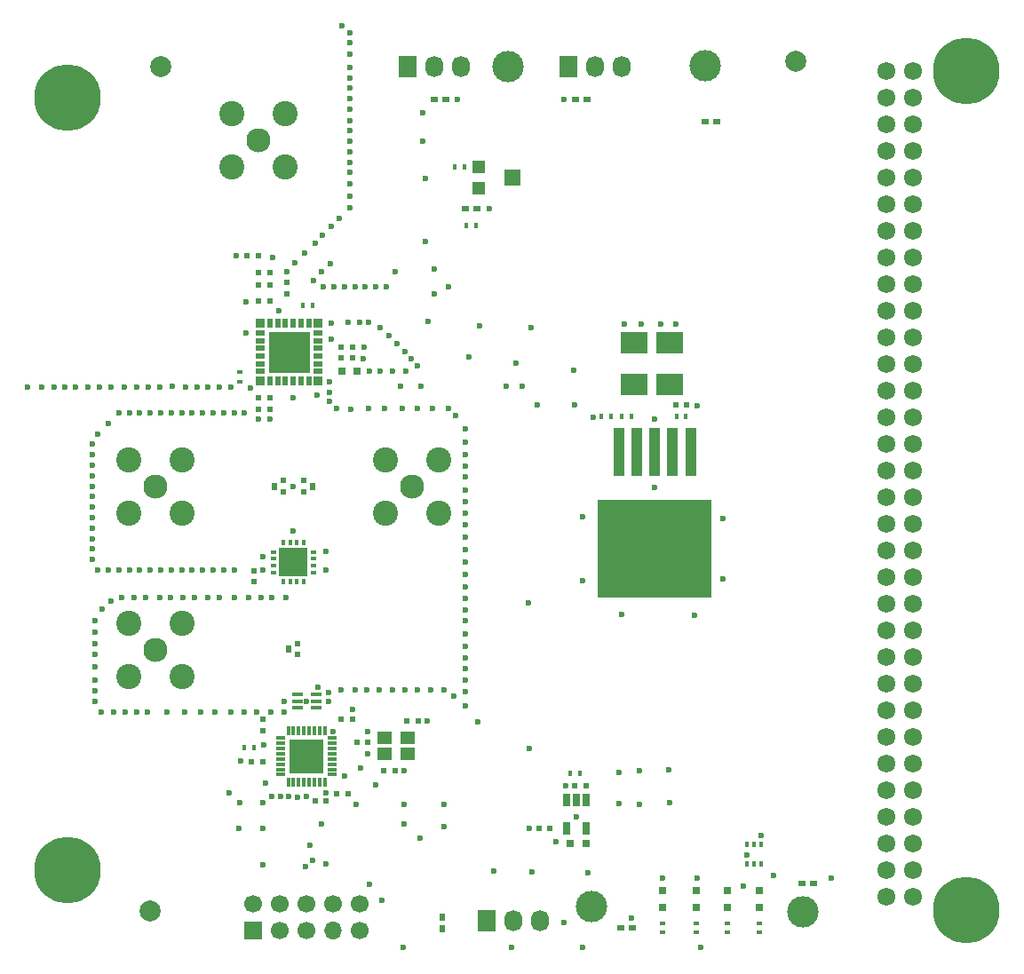
<source format=gbr>
G04 #@! TF.FileFunction,Soldermask,Top*
%FSLAX46Y46*%
G04 Gerber Fmt 4.6, Leading zero omitted, Abs format (unit mm)*
G04 Created by KiCad (PCBNEW 4.0.6-e0-6349~53~ubuntu16.04.1) date Tue Jun 13 23:30:30 2017*
%MOMM*%
%LPD*%
G01*
G04 APERTURE LIST*
%ADD10C,0.100000*%
%ADD11R,0.500000X0.600000*%
%ADD12C,3.000000*%
%ADD13C,2.000000*%
%ADD14R,1.200000X1.200000*%
%ADD15R,1.500000X1.600000*%
%ADD16R,1.727200X2.032000*%
%ADD17O,1.727200X2.032000*%
%ADD18R,0.600000X0.500000*%
%ADD19R,0.800000X0.800000*%
%ADD20C,1.720000*%
%ADD21C,6.350000*%
%ADD22C,2.400000*%
%ADD23C,2.300000*%
%ADD24R,0.600000X0.400000*%
%ADD25R,0.400000X0.600000*%
%ADD26R,1.000000X0.350000*%
%ADD27R,0.320000X0.570000*%
%ADD28R,0.570000X0.320000*%
%ADD29R,2.720000X2.720000*%
%ADD30R,3.975000X3.975000*%
%ADD31R,0.850000X0.900000*%
%ADD32R,0.500000X0.900000*%
%ADD33R,0.900000X0.500000*%
%ADD34R,4.500000X4.000000*%
%ADD35R,1.100000X4.600000*%
%ADD36R,10.800000X9.400000*%
%ADD37R,1.400000X1.200000*%
%ADD38R,1.700000X1.700000*%
%ADD39C,1.700000*%
%ADD40O,1.700000X1.700000*%
%ADD41R,0.800000X0.600000*%
%ADD42R,0.420000X0.600000*%
%ADD43R,0.800000X0.750000*%
%ADD44R,2.500000X2.000000*%
%ADD45R,0.750000X1.240000*%
%ADD46R,0.600000X0.800000*%
%ADD47R,1.420000X1.420000*%
%ADD48R,0.400000X0.970000*%
%ADD49R,0.970000X0.400000*%
%ADD50R,3.270000X3.270000*%
%ADD51C,0.600000*%
G04 APERTURE END LIST*
D10*
D11*
X135350000Y-112125000D03*
X135350000Y-111075000D03*
D12*
X187700000Y-143600000D03*
D13*
X126500000Y-63000000D03*
X125500000Y-143500000D03*
D14*
X156800000Y-72550000D03*
X156800000Y-74550000D03*
D15*
X160050000Y-73550000D03*
D16*
X165360000Y-63000000D03*
D17*
X167900000Y-63000000D03*
X170440000Y-63000000D03*
D11*
X139500000Y-119075000D03*
X139500000Y-118025000D03*
D18*
X148825000Y-130100000D03*
X147775000Y-130100000D03*
X151025000Y-125400000D03*
X149975000Y-125400000D03*
D11*
X136250000Y-125225000D03*
X136250000Y-126275000D03*
D18*
X135175000Y-129250000D03*
X136225000Y-129250000D03*
X142275000Y-133000000D03*
X141225000Y-133000000D03*
X144325000Y-132300000D03*
X143275000Y-132300000D03*
X144775000Y-125250000D03*
X143725000Y-125250000D03*
X146225000Y-127400000D03*
X145175000Y-127400000D03*
D11*
X138150000Y-102475000D03*
X138150000Y-103525000D03*
X140150000Y-102475000D03*
X140150000Y-103525000D03*
X138500000Y-84625000D03*
X138500000Y-83575000D03*
X136900000Y-94575000D03*
X136900000Y-95625000D03*
D18*
X143725000Y-89750000D03*
X144775000Y-89750000D03*
X143725000Y-90750000D03*
X144775000Y-90750000D03*
X136875000Y-85350000D03*
X135825000Y-85350000D03*
X135825000Y-83850000D03*
X136875000Y-83850000D03*
X135775000Y-81050000D03*
X134725000Y-81050000D03*
X175591726Y-95271568D03*
X176641726Y-95271568D03*
X167025000Y-131600000D03*
X165975000Y-131600000D03*
X163625000Y-135600000D03*
X162575000Y-135600000D03*
D19*
X183550000Y-143150000D03*
X183550000Y-141550000D03*
X180550000Y-143150000D03*
X180550000Y-141550000D03*
X177550000Y-143150000D03*
X177550000Y-141550000D03*
D20*
X198230000Y-142150000D03*
X198230000Y-139610000D03*
X198230000Y-137070000D03*
X198230000Y-134530000D03*
X198230000Y-131990000D03*
X198230000Y-129450000D03*
X198230000Y-126910000D03*
X198230000Y-124370000D03*
X198230000Y-121830000D03*
X198230000Y-119290000D03*
X198230000Y-116750000D03*
X198230000Y-114210000D03*
X198230000Y-111670000D03*
X198230000Y-109130000D03*
X198230000Y-106590000D03*
X198230000Y-104050000D03*
X198230000Y-101510000D03*
X198230000Y-98970000D03*
X198230000Y-96430000D03*
X198230000Y-93890000D03*
X198230000Y-91350000D03*
X198230000Y-88810000D03*
X198230000Y-86270000D03*
X198230000Y-83730000D03*
X198230000Y-81190000D03*
X198230000Y-78650000D03*
X198230000Y-76110000D03*
X198230000Y-73570000D03*
X198230000Y-71030000D03*
X198230000Y-68490000D03*
X198230000Y-65950000D03*
X198230000Y-63410000D03*
X195690000Y-142150000D03*
X195690000Y-139610000D03*
X195690000Y-137070000D03*
X195690000Y-134530000D03*
X195690000Y-131990000D03*
X195690000Y-129450000D03*
X195690000Y-126910000D03*
X195690000Y-124370000D03*
X195690000Y-121830000D03*
X195690000Y-119290000D03*
X195690000Y-116750000D03*
X195690000Y-114210000D03*
X195690000Y-111670000D03*
X195690000Y-109130000D03*
X195690000Y-106590000D03*
X195690000Y-104050000D03*
X195690000Y-101510000D03*
X195690000Y-98970000D03*
X195690000Y-96430000D03*
X195690000Y-93890000D03*
X195690000Y-91350000D03*
X195690000Y-88810000D03*
X195690000Y-86270000D03*
X195690000Y-83730000D03*
X195690000Y-81190000D03*
X195690000Y-78650000D03*
X195690000Y-76110000D03*
X195690000Y-73570000D03*
X195690000Y-71030000D03*
X195690000Y-68490000D03*
X195690000Y-65950000D03*
X195690000Y-63410000D03*
D21*
X117580000Y-65950000D03*
X203310000Y-63410000D03*
X203310000Y-143420000D03*
X117580000Y-139610000D03*
D22*
X133260000Y-72540000D03*
X138340000Y-72540000D03*
X138340000Y-67460000D03*
D23*
X135800000Y-70000000D03*
D22*
X133260000Y-67460000D03*
X123460000Y-121140000D03*
X128540000Y-121140000D03*
X128540000Y-116060000D03*
D23*
X126000000Y-118600000D03*
D22*
X123460000Y-116060000D03*
X147960000Y-105540000D03*
X153040000Y-105540000D03*
X153040000Y-100460000D03*
D23*
X150500000Y-103000000D03*
D22*
X147960000Y-100460000D03*
X123460000Y-105540000D03*
X128540000Y-105540000D03*
X128540000Y-100460000D03*
D23*
X126000000Y-103000000D03*
D22*
X123460000Y-100460000D03*
D18*
X135800000Y-82600000D03*
X136900000Y-82600000D03*
D16*
X150060000Y-63000000D03*
D17*
X152600000Y-63000000D03*
X155140000Y-63000000D03*
D16*
X157560000Y-144400000D03*
D17*
X160100000Y-144400000D03*
X162640000Y-144400000D03*
D24*
X183550000Y-145550000D03*
X183550000Y-144650000D03*
X180550000Y-145550000D03*
X180550000Y-144650000D03*
X177550000Y-145550000D03*
X177550000Y-144650000D03*
D25*
X135350000Y-127900000D03*
X134450000Y-127900000D03*
D24*
X134050000Y-92150000D03*
X134050000Y-93050000D03*
D25*
X140950000Y-85750000D03*
X140050000Y-85750000D03*
X154550000Y-72550000D03*
X155450000Y-72550000D03*
X155650000Y-78100000D03*
X156550000Y-78100000D03*
X165550000Y-130400000D03*
X166450000Y-130400000D03*
X175666726Y-96321568D03*
X176566726Y-96321568D03*
X171366726Y-96371568D03*
X170466726Y-96371568D03*
X169416726Y-96371568D03*
X168516726Y-96371568D03*
D26*
X139500000Y-122850000D03*
X139500000Y-123500000D03*
X139500000Y-124150000D03*
X141300000Y-122850000D03*
X141300000Y-123500000D03*
X141300000Y-124150000D03*
D27*
X138175000Y-112125000D03*
X138825000Y-112125000D03*
X139475000Y-112125000D03*
X140125000Y-112125000D03*
D28*
X141025000Y-111225000D03*
X141025000Y-110575000D03*
X141025000Y-109925000D03*
X141025000Y-109275000D03*
D27*
X140125000Y-108375000D03*
X139475000Y-108375000D03*
X138825000Y-108375000D03*
X138175000Y-108375000D03*
D28*
X137275000Y-109275000D03*
X137275000Y-109925000D03*
X137275000Y-110575000D03*
X137275000Y-111225000D03*
D29*
X139150000Y-110250000D03*
D30*
X138750000Y-90250000D03*
D31*
X136019500Y-87470500D03*
X141519500Y-87470500D03*
X141519500Y-92970500D03*
X136019500Y-92970500D03*
D32*
X140644500Y-87470500D03*
X136894500Y-92970500D03*
D33*
X141519500Y-92033500D03*
X136019500Y-88408500D03*
X136019500Y-89133500D03*
X136019500Y-89858500D03*
X136019500Y-90583500D03*
X136019500Y-91308500D03*
X136019500Y-92033500D03*
X141519500Y-91308500D03*
X141519500Y-90583500D03*
X141519500Y-89858500D03*
X141519500Y-89133500D03*
X141519500Y-88408500D03*
D32*
X137644500Y-92970500D03*
X138394500Y-92970500D03*
X139144500Y-92970500D03*
X139894500Y-92970500D03*
X140644500Y-92970500D03*
X139894500Y-87470500D03*
X139144500Y-87470500D03*
X138394500Y-87470500D03*
X137644500Y-87470500D03*
X136894500Y-87470500D03*
D34*
X170629726Y-111497568D03*
X170689726Y-106347568D03*
X176599726Y-111457568D03*
D35*
X170209726Y-99767568D03*
X171909726Y-99767568D03*
X175309726Y-99767568D03*
D36*
X173609726Y-108927568D03*
D35*
X173609726Y-99767568D03*
X177009726Y-99767568D03*
D34*
X176609726Y-106397568D03*
D12*
X159600000Y-63000000D03*
X178400000Y-62900000D03*
X167550000Y-143100000D03*
D37*
X150000000Y-128550000D03*
X147800000Y-128550000D03*
X150000000Y-126950000D03*
X147800000Y-126950000D03*
D38*
X135320000Y-145370000D03*
D39*
X135320000Y-142830000D03*
X137860000Y-145370000D03*
X137860000Y-142830000D03*
X140400000Y-145370000D03*
X140400000Y-142830000D03*
D40*
X142940000Y-145370000D03*
D39*
X142940000Y-142830000D03*
X145480000Y-145370000D03*
X145480000Y-142830000D03*
D41*
X167150000Y-66100000D03*
X166050000Y-66100000D03*
X152550000Y-66100000D03*
X153650000Y-66100000D03*
X155550000Y-76500000D03*
X156650000Y-76500000D03*
D42*
X182400000Y-139050000D03*
X183050000Y-139050000D03*
X183700000Y-139050000D03*
X182400000Y-137150000D03*
X183050000Y-137150000D03*
X183700000Y-137150000D03*
D43*
X143750000Y-92000000D03*
X145250000Y-92000000D03*
D44*
X175016726Y-93321568D03*
X175016726Y-89321568D03*
D43*
X167050000Y-137100000D03*
X165550000Y-137100000D03*
D44*
X171616726Y-93321568D03*
X171616726Y-89321568D03*
D19*
X174300000Y-143150000D03*
X174300000Y-141550000D03*
D24*
X174300000Y-145550000D03*
X174300000Y-144650000D03*
D45*
X167050000Y-135600000D03*
X165150000Y-135600000D03*
X167050000Y-132900000D03*
X165150000Y-132900000D03*
X166100000Y-132900000D03*
D13*
X187000000Y-62500000D03*
D41*
X187650000Y-140900000D03*
X188750000Y-140900000D03*
X178400000Y-68250000D03*
X179500000Y-68250000D03*
X170350000Y-145100000D03*
X171450000Y-145100000D03*
D11*
X135800000Y-94575000D03*
X135800000Y-95625000D03*
D46*
X137350000Y-103000000D03*
X140950000Y-103000000D03*
X138700000Y-118550000D03*
X153375000Y-145175000D03*
X153375000Y-144075000D03*
D47*
X141200000Y-129550000D03*
X141200000Y-127950000D03*
X139600000Y-129550000D03*
D48*
X142150000Y-126275000D03*
D49*
X142875000Y-130500000D03*
X142875000Y-130000000D03*
X142875000Y-129500000D03*
X142875000Y-129000000D03*
X142875000Y-128500000D03*
X142875000Y-128000000D03*
X142875000Y-127500000D03*
X142875000Y-127000000D03*
X137925000Y-130500000D03*
X137925000Y-130000000D03*
X137925000Y-129500000D03*
X137925000Y-129000000D03*
X137925000Y-128500000D03*
X137925000Y-128000000D03*
X137925000Y-127500000D03*
X137925000Y-127000000D03*
D48*
X141650000Y-126275000D03*
X141150000Y-126275000D03*
X140650000Y-126275000D03*
X140150000Y-126275000D03*
X139650000Y-126275000D03*
X139150000Y-126275000D03*
X138650000Y-126275000D03*
X142150000Y-131225000D03*
X141650000Y-131225000D03*
X141150000Y-131225000D03*
X140650000Y-131225000D03*
X140150000Y-131225000D03*
X139650000Y-131225000D03*
X139150000Y-131225000D03*
X138650000Y-131225000D03*
D50*
X140400000Y-128750000D03*
D47*
X139600000Y-127950000D03*
D51*
X135775000Y-96600000D03*
X142000000Y-84000000D03*
X143000000Y-84000000D03*
X144000000Y-84000000D03*
X145000000Y-84000000D03*
X146000000Y-84000000D03*
X147000000Y-84000000D03*
X148000000Y-84000000D03*
X134500000Y-96000000D03*
X133500000Y-96000000D03*
X132500000Y-96000000D03*
X131500000Y-96000000D03*
X130500000Y-96000000D03*
X129500000Y-96000000D03*
X128500000Y-96000000D03*
X127500000Y-96000000D03*
X126500000Y-96000000D03*
X125500000Y-96000000D03*
X124500000Y-96000000D03*
X123500000Y-96000000D03*
X122500000Y-96000000D03*
X121500000Y-97000000D03*
X120500000Y-98000000D03*
X120000000Y-99000000D03*
X120000000Y-100000000D03*
X120000000Y-101000000D03*
X120000000Y-102000000D03*
X120000000Y-103000000D03*
X120000000Y-104000000D03*
X120000000Y-105000000D03*
X120000000Y-106000000D03*
X120000000Y-107000000D03*
X120000000Y-108000000D03*
X120000000Y-109000000D03*
X120000000Y-110000000D03*
X120500000Y-111000000D03*
X121500000Y-111000000D03*
X133500000Y-111000000D03*
X132500000Y-111000000D03*
X131500000Y-111000000D03*
X130500000Y-111000000D03*
X129500000Y-111000000D03*
X122500000Y-111000000D03*
X123500000Y-111000000D03*
X124500000Y-111000000D03*
X125500000Y-111000000D03*
X126500000Y-111000000D03*
X127500000Y-111000000D03*
X128500000Y-111000000D03*
X136250000Y-109750000D03*
X142659620Y-81759620D03*
X141859620Y-82559620D03*
X141059620Y-83359620D03*
X155575000Y-123925000D03*
X155575000Y-122600000D03*
X155575000Y-121500000D03*
X155575000Y-120350000D03*
X155575000Y-119350000D03*
X155575000Y-118250000D03*
X155575000Y-117050000D03*
X155575000Y-115850000D03*
X155550000Y-114775000D03*
X155575000Y-113675000D03*
X155575000Y-112575000D03*
X155575000Y-111375000D03*
X155575000Y-110200000D03*
X155575000Y-109025000D03*
X155575000Y-107850000D03*
X155575000Y-106700000D03*
X155525000Y-105600000D03*
X155550000Y-104500000D03*
X155550000Y-103375000D03*
X155550000Y-102125000D03*
X155550000Y-101075000D03*
X155550000Y-99950000D03*
X155550000Y-98825000D03*
X190400000Y-140350000D03*
X171350000Y-144150000D03*
X133950000Y-135650000D03*
X134000000Y-133150000D03*
X136200000Y-133200000D03*
X136200000Y-135600000D03*
X136200000Y-139100000D03*
X136500000Y-131350000D03*
X161600000Y-128050000D03*
X161550000Y-114100000D03*
X162400000Y-95200000D03*
X160350000Y-91300000D03*
X155850000Y-90700000D03*
X151950000Y-87300000D03*
X153900000Y-83950000D03*
X156900000Y-87700000D03*
X161800000Y-87850000D03*
X165850000Y-91950000D03*
X140700000Y-137250000D03*
X141850000Y-135200000D03*
X174950000Y-130000000D03*
X175000000Y-133200000D03*
X170200000Y-130300000D03*
X170200000Y-133250000D03*
X161900000Y-139800000D03*
X167200000Y-139900000D03*
X164950000Y-144600000D03*
X158250000Y-139700000D03*
X153500000Y-135500000D03*
X148850000Y-82550000D03*
X151750000Y-79650000D03*
X151750000Y-73650000D03*
X151500000Y-67400000D03*
X151500000Y-70100000D03*
X177950000Y-147000000D03*
X166700000Y-147000000D03*
X159950000Y-146950000D03*
X149600000Y-146950000D03*
X153550000Y-133300000D03*
X149700000Y-135200000D03*
X149700000Y-133300000D03*
X144400000Y-87350000D03*
X145450000Y-87350000D03*
X146350000Y-87350000D03*
X147450000Y-87850000D03*
X148250000Y-88650000D03*
X149000000Y-89400000D03*
X149750000Y-90150000D03*
X150400000Y-90800000D03*
X149850000Y-92000000D03*
X148600000Y-92000000D03*
X147400000Y-92000000D03*
X143800000Y-59100000D03*
X144550000Y-59800000D03*
X144550000Y-60700000D03*
X144550000Y-61800000D03*
X144550000Y-63100000D03*
X144550000Y-64100000D03*
X144550000Y-65000000D03*
X144550000Y-66000000D03*
X144550000Y-67050000D03*
X144550000Y-68150000D03*
X144550000Y-69050000D03*
X144550000Y-70100000D03*
X144550000Y-71150000D03*
X144550000Y-72150000D03*
X144550000Y-73100000D03*
X144550000Y-74150000D03*
X144550000Y-75350000D03*
X144550000Y-76450000D03*
X143550000Y-77450000D03*
X142750000Y-78250000D03*
X141900000Y-79100000D03*
X141200000Y-79800000D03*
X140200000Y-80800000D03*
X139300000Y-81700000D03*
X113800000Y-93550000D03*
X115150000Y-93550000D03*
X116300000Y-93550000D03*
X117350000Y-93550000D03*
X118400000Y-93550000D03*
X119550000Y-93550000D03*
X120650000Y-93550000D03*
X121800000Y-93550000D03*
X123000000Y-93550000D03*
X124200000Y-93550000D03*
X125300000Y-93550000D03*
X126400000Y-93550000D03*
X127600000Y-93500000D03*
X128850000Y-93550000D03*
X129950000Y-93550000D03*
X131000000Y-93550000D03*
X132050000Y-93550000D03*
X133200000Y-93550000D03*
X138400000Y-113650000D03*
X137100000Y-113650000D03*
X136050000Y-113650000D03*
X134850000Y-113650000D03*
X133500000Y-113650000D03*
X132050000Y-113650000D03*
X130950000Y-113650000D03*
X129700000Y-113650000D03*
X128600000Y-113650000D03*
X127450000Y-113650000D03*
X126400000Y-113650000D03*
X125100000Y-113650000D03*
X123950000Y-113650000D03*
X122750000Y-113650000D03*
X121750000Y-113950000D03*
X120950000Y-114750000D03*
X120250000Y-115800000D03*
X120250000Y-116950000D03*
X120250000Y-118000000D03*
X120250000Y-119050000D03*
X120250000Y-120200000D03*
X120250000Y-121450000D03*
X120250000Y-122500000D03*
X120250000Y-123500000D03*
X120800000Y-124500000D03*
X122000000Y-124500000D03*
X123100000Y-124500000D03*
X124250000Y-124500000D03*
X125250000Y-124500000D03*
X127050000Y-124500000D03*
X128750000Y-124500000D03*
X130350000Y-124500000D03*
X131700000Y-124500000D03*
X133150000Y-124500000D03*
X134450000Y-124500000D03*
X135650000Y-124500000D03*
X137000000Y-124500000D03*
X154450000Y-123050000D03*
X153500000Y-122400000D03*
X152200000Y-122400000D03*
X151000000Y-122400000D03*
X149800000Y-122400000D03*
X148600000Y-122400000D03*
X147300000Y-122400000D03*
X146150000Y-122400000D03*
X145000000Y-122400000D03*
X143650000Y-122400000D03*
X142550000Y-93050000D03*
X142550000Y-94050000D03*
X142600000Y-94900000D03*
X143250000Y-95600000D03*
X144600000Y-95650000D03*
X146300000Y-95600000D03*
X147800000Y-95600000D03*
X149500000Y-95600000D03*
X150950000Y-95550000D03*
X152400000Y-95550000D03*
X155550000Y-97550000D03*
X154650000Y-96300000D03*
X165950000Y-95200000D03*
X153950000Y-95550000D03*
X151000000Y-91500000D03*
X137200000Y-81200000D03*
X137800000Y-86300000D03*
X142750000Y-89000000D03*
X142750000Y-87450000D03*
X134600000Y-88400000D03*
X135050000Y-93600000D03*
X141400000Y-94300000D03*
X139150000Y-94600000D03*
X139100000Y-103000000D03*
X139100000Y-107300000D03*
X142250000Y-111000000D03*
X142250000Y-109250000D03*
X136250000Y-111000000D03*
X142250000Y-132250000D03*
X142900000Y-126375000D03*
X139400000Y-127750000D03*
X139400000Y-129750000D03*
X141400000Y-129750000D03*
X140400000Y-129750000D03*
X139400000Y-128750000D03*
X140400000Y-128750000D03*
X141400000Y-128750000D03*
X141400000Y-127750000D03*
X140400000Y-127750000D03*
X138600000Y-110850000D03*
X139800000Y-110850000D03*
X139800000Y-109650000D03*
X138550000Y-109650000D03*
X137700000Y-91500000D03*
X138900000Y-91500000D03*
X140050000Y-91500000D03*
X140050000Y-90350000D03*
X138900000Y-90350000D03*
X137700000Y-90350000D03*
X140050000Y-89350000D03*
X138900000Y-89350000D03*
X137700000Y-89350000D03*
X173600000Y-103100000D03*
X173600000Y-96600000D03*
X177600000Y-95300000D03*
X166700000Y-112000000D03*
X166700000Y-105900000D03*
X170400000Y-115200000D03*
X177400000Y-115300000D03*
X180100000Y-111800000D03*
X180100000Y-106100000D03*
X175600000Y-87500000D03*
X174200000Y-87500000D03*
X172300000Y-87500000D03*
X170700000Y-87500000D03*
X164900000Y-66100000D03*
X154800000Y-66100000D03*
X157800000Y-76500000D03*
X138500000Y-82500000D03*
X134600000Y-85400000D03*
X133700000Y-81000000D03*
X136900000Y-96600000D03*
X145900000Y-89700000D03*
X145800000Y-90800000D03*
X146400000Y-92000000D03*
X167700000Y-96400000D03*
X166100000Y-134500000D03*
X164200000Y-136900000D03*
X161600000Y-135600000D03*
X183700000Y-136300000D03*
X182400000Y-138200000D03*
X174300000Y-140400000D03*
X177600000Y-140400000D03*
X165100000Y-131600000D03*
X144800000Y-124300000D03*
X151900000Y-125400000D03*
X149700000Y-130100000D03*
X134100000Y-129200000D03*
X138300000Y-124500000D03*
X140400000Y-123500000D03*
X141500000Y-122200000D03*
X142500000Y-122700000D03*
X142500000Y-123500000D03*
X138300000Y-123500000D03*
X146200000Y-126400000D03*
X144000000Y-130600000D03*
X140400000Y-132600000D03*
X136300000Y-127700000D03*
X147000000Y-131500000D03*
X146250000Y-128500000D03*
X152600000Y-82300000D03*
X152600000Y-84700000D03*
X172100000Y-130100000D03*
X172100000Y-133300000D03*
X151300000Y-93500000D03*
X149400000Y-93500000D03*
X159400000Y-93500000D03*
X161000000Y-93500000D03*
X151200000Y-136600000D03*
X140300000Y-139250000D03*
X156750000Y-125500000D03*
X133000000Y-132200000D03*
X184900000Y-140100000D03*
X139500000Y-132650000D03*
X145100000Y-133300000D03*
X141000000Y-138700000D03*
X182000000Y-141100000D03*
X142250000Y-139000000D03*
X146400000Y-141000000D03*
X145542648Y-129840418D03*
X137899997Y-132600000D03*
X147600000Y-142500000D03*
X137099994Y-132600000D03*
X138700000Y-132600000D03*
M02*

</source>
